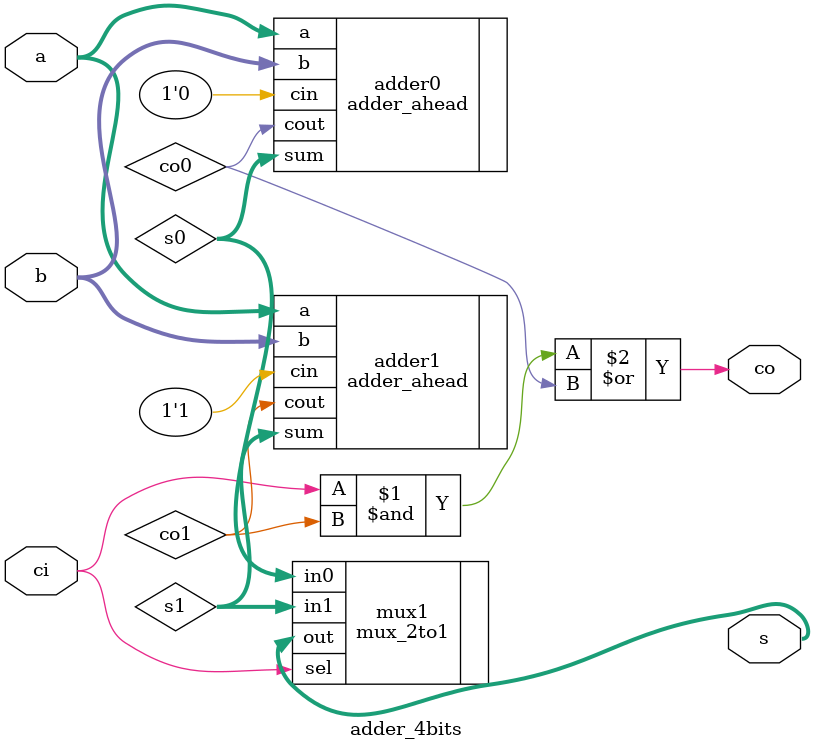
<source format=v>
`timescale 1ns / 1ps
module adder_4bits(a,b,ci,s,co);
	input [3:0] a,b;
	input ci;
	output [3:0] s;
	output co;
	wire [3:0] s0,s1;
	wire co0,co1;
	adder_ahead adder0(.a(a),.b(b),.cin(1'b0),.sum(s0),.cout(co0));
	adder_ahead adder1(.a(a),.b(b),.cin(1'b1),.sum(s1),.cout(co1));
	mux_2to1 mux1(.in0(s0),.in1(s1),.sel(ci),.out(s));
	assign co=((ci&co1)|co0);
endmodule 
</source>
